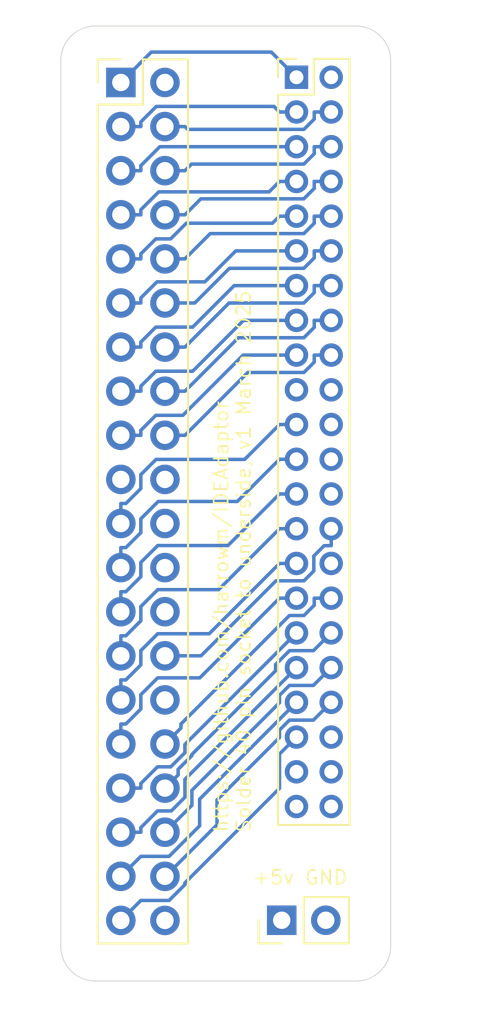
<source format=kicad_pcb>
(kicad_pcb (version 20241229) (generator "pcbnew") (generator_version "9.0")
  (layers (0 "F.Cu" signal) (4 "In1.Cu" power "In1.Cu - GND") (6 "In2.Cu" power "In2.Cu - VCC") (2 "B.Cu" signal) (13 "F.Paste" user) (15 "B.Paste" user) (5 "F.SilkS" user "F.Silkscreen") (7 "B.SilkS" user "B.Silkscreen") (1 "F.Mask" user) (3 "B.Mask" user) (25 "Edge.Cuts" user))
  (net 0 "")
  (net 1 "GND")
  (net 2 "VCC")
  (net 3 "CSEL")
  (net 4 "DMARQ")
  (net 5 "DD6")
  (net 6 "DD14")
  (net 7 "~{RESET}")
  (net 8 "~{PDIAG}")
  (net 9 "DD13")
  (net 10 "DD15")
  (net 11 "~{DASP}")
  (net 12 "INTRQ")
  (net 13 "DD11")
  (net 14 "DD8")
  (net 15 "DD9")
  (net 16 "~{CS1}")
  (net 17 "DA0")
  (net 18 "DA1")
  (net 19 "~{DMACK}")
  (net 20 "DD1")
  (net 21 "DA2")
  (net 22 "~{IOCS16}")
  (net 23 "IORDY")
  (net 24 "DD7")
  (net 25 "DD5")
  (net 26 "DD12")
  (net 28 "DD10")
  (net 29 "DD3")
  (net 30 "~{DIOW}")
  (net 31 "DD2")
  (net 32 "~{CS0}")
  (net 33 "~{DIOR}")
  (net 34 "DD4")
  (net 35 "DD0")
  (footprint "Connector_PinHeader_2.54mm:PinHeader_2x20_P2.54mm_Vertical" (layer "F.Cu") (at 116.46 104.75)
    (property "Reference" "J2" (hide yes))
    (property "Value" "Conn_02x20_Odd_Even" (hide yes))
    (fp_line (start -1.33 -1.33) (end 0 -1.33) (stroke (width 0.12)) (layer "F.SilkS"))
    (fp_line (start -1.33 0) (end -1.33 -1.33) (stroke (width 0.12)) (layer "F.SilkS"))
    (fp_line (start -1.33 1.27) (end -1.33 49.59) (stroke (width 0.12)) (layer "F.SilkS"))
    (fp_line (start -1.33 1.27) (end 1.27 1.27) (stroke (width 0.12)) (layer "F.SilkS"))
    (fp_line (start -1.33 49.59) (end 3.87 49.59) (stroke (width 0.12)) (layer "F.SilkS"))
    (fp_line (start 1.27 -1.33) (end 3.87 -1.33) (stroke (width 0.12)) (layer "F.SilkS"))
    (fp_line (start 1.27 1.27) (end 1.27 -1.33) (stroke (width 0.12)) (layer "F.SilkS"))
    (fp_line (start 3.87 -1.33) (end 3.87 49.59) (stroke (width 0.12)) (layer "F.SilkS"))
    (pad "1" thru_hole rect (at 0 0) (size 1.7 1.7) (drill 1) (layers "*.Cu" "*.Mask") (net 7 "~{RESET}"))
    (pad "2" thru_hole oval (at 2.54 0) (size 1.7 1.7) (drill 1) (layers "*.Cu" "*.Mask") (net 1 "GND"))
    (pad "3" thru_hole oval (at 0 2.54) (size 1.7 1.7) (drill 1) (layers "*.Cu" "*.Mask") (net 24 "DD7"))
    (pad "4" thru_hole oval (at 2.54 2.54) (size 1.7 1.7) (drill 1) (layers "*.Cu" "*.Mask") (net 14 "DD8"))
    (pad "5" thru_hole oval (at 0 5.08) (size 1.7 1.7) (drill 1) (layers "*.Cu" "*.Mask") (net 5 "DD6"))
    (pad "6" thru_hole oval (at 2.54 5.08) (size 1.7 1.7) (drill 1) (layers "*.Cu" "*.Mask") (net 15 "DD9"))
    (pad "7" thru_hole oval (at 0 7.62) (size 1.7 1.7) (drill 1) (layers "*.Cu" "*.Mask") (net 25 "DD5"))
    (pad "8" thru_hole oval (at 2.54 7.62) (size 1.7 1.7) (drill 1) (layers "*.Cu" "*.Mask") (net 28 "DD10"))
    (pad "9" thru_hole oval (at 0 10.16) (size 1.7 1.7) (drill 1) (layers "*.Cu" "*.Mask") (net 34 "DD4"))
    (pad "10" thru_hole oval (at 2.54 10.16) (size 1.7 1.7) (drill 1) (layers "*.Cu" "*.Mask") (net 13 "DD11"))
    (pad "11" thru_hole oval (at 0 12.7) (size 1.7 1.7) (drill 1) (layers "*.Cu" "*.Mask") (net 29 "DD3"))
    (pad "12" thru_hole oval (at 2.54 12.7) (size 1.7 1.7) (drill 1) (layers "*.Cu" "*.Mask") (net 26 "DD12"))
    (pad "13" thru_hole oval (at 0 15.24) (size 1.7 1.7) (drill 1) (layers "*.Cu" "*.Mask") (net 31 "DD2"))
    (pad "14" thru_hole oval (at 2.54 15.24) (size 1.7 1.7) (drill 1) (layers "*.Cu" "*.Mask") (net 9 "DD13"))
    (pad "15" thru_hole oval (at 0 17.78) (size 1.7 1.7) (drill 1) (layers "*.Cu" "*.Mask") (net 20 "DD1"))
    (pad "16" thru_hole oval (at 2.54 17.78) (size 1.7 1.7) (drill 1) (layers "*.Cu" "*.Mask") (net 6 "DD14"))
    (pad "17" thru_hole oval (at 0 20.32) (size 1.7 1.7) (drill 1) (layers "*.Cu" "*.Mask") (net 35 "DD0"))
    (pad "18" thru_hole oval (at 2.54 20.32) (size 1.7 1.7) (drill 1) (layers "*.Cu" "*.Mask") (net 10 "DD15"))
    (pad "19" thru_hole oval (at 0 22.86) (size 1.7 1.7) (drill 1) (layers "*.Cu" "*.Mask") (net 1 "GND"))
    (pad "20" thru_hole oval (at 2.54 22.86) (size 1.7 1.7) (drill 1) (layers "*.Cu" "*.Mask"))
    (pad "21" thru_hole oval (at 0 25.4) (size 1.7 1.7) (drill 1) (layers "*.Cu" "*.Mask") (net 4 "DMARQ"))
    (pad "22" thru_hole oval (at 2.54 25.4) (size 1.7 1.7) (drill 1) (layers "*.Cu" "*.Mask") (net 1 "GND"))
    (pad "23" thru_hole oval (at 0 27.94) (size 1.7 1.7) (drill 1) (layers "*.Cu" "*.Mask") (net 30 "~{DIOW}"))
    (pad "24" thru_hole oval (at 2.54 27.94) (size 1.7 1.7) (drill 1) (layers "*.Cu" "*.Mask") (net 1 "GND"))
    (pad "25" thru_hole oval (at 0 30.48) (size 1.7 1.7) (drill 1) (layers "*.Cu" "*.Mask") (net 33 "~{DIOR}"))
    (pad "26" thru_hole oval (at 2.54 30.48) (size 1.7 1.7) (drill 1) (layers "*.Cu" "*.Mask") (net 1 "GND"))
    (pad "27" thru_hole oval (at 0 33.02) (size 1.7 1.7) (drill 1) (layers "*.Cu" "*.Mask") (net 23 "IORDY"))
    (pad "28" thru_hole oval (at 2.54 33.02) (size 1.7 1.7) (drill 1) (layers "*.Cu" "*.Mask") (net 3 "CSEL"))
    (pad "29" thru_hole oval (at 0 35.56) (size 1.7 1.7) (drill 1) (layers "*.Cu" "*.Mask") (net 19 "~{DMACK}"))
    (pad "30" thru_hole oval (at 2.54 35.56) (size 1.7 1.7) (drill 1) (layers "*.Cu" "*.Mask") (net 1 "GND"))
    (pad "31" thru_hole oval (at 0 38.1) (size 1.7 1.7) (drill 1) (layers "*.Cu" "*.Mask") (net 12 "INTRQ"))
    (pad "32" thru_hole oval (at 2.54 38.1) (size 1.7 1.7) (drill 1) (layers "*.Cu" "*.Mask") (net 22 "~{IOCS16}"))
    (pad "33" thru_hole oval (at 0 40.64) (size 1.7 1.7) (drill 1) (layers "*.Cu" "*.Mask") (net 18 "DA1"))
    (pad "34" thru_hole oval (at 2.54 40.64) (size 1.7 1.7) (drill 1) (layers "*.Cu" "*.Mask") (net 8 "~{PDIAG}"))
    (pad "35" thru_hole oval (at 0 43.18) (size 1.7 1.7) (drill 1) (layers "*.Cu" "*.Mask") (net 17 "DA0"))
    (pad "36" thru_hole oval (at 2.54 43.18) (size 1.7 1.7) (drill 1) (layers "*.Cu" "*.Mask") (net 21 "DA2"))
    (pad "37" thru_hole oval (at 0 45.72) (size 1.7 1.7) (drill 1) (layers "*.Cu" "*.Mask") (net 32 "~{CS0}"))
    (pad "38" thru_hole oval (at 2.54 45.72) (size 1.7 1.7) (drill 1) (layers "*.Cu" "*.Mask") (net 16 "~{CS1}"))
    (pad "39" thru_hole oval (at 0 48.26) (size 1.7 1.7) (drill 1) (layers "*.Cu" "*.Mask") (net 11 "~{DASP}"))
    (pad "40" thru_hole oval (at 2.54 48.26) (size 1.7 1.7) (drill 1) (layers "*.Cu" "*.Mask") (net 1 "GND"))
  )
  (footprint "Connector_PinHeader_2.54mm:PinHeader_1x02_P2.54mm_Vertical" (layer "F.Cu") (at 125.725 153 90)
    (property "Reference" "J1" (hide yes))
    (property "Value" "Conn_01x02_Pin" (hide yes))
    (fp_line (start -1.33 -1.33) (end 0 -1.33) (stroke (width 0.12)) (layer "F.SilkS"))
    (fp_line (start -1.33 0) (end -1.33 -1.33) (stroke (width 0.12)) (layer "F.SilkS"))
    (fp_line (start 1.33 1.27) (end 1.33 3.87) (stroke (width 0.12)) (layer "F.SilkS"))
    (fp_line (start -1.33 1.27) (end 1.33 1.27) (stroke (width 0.12)) (layer "F.SilkS"))
    (fp_line (start -1.33 1.27) (end -1.33 3.87) (stroke (width 0.12)) (layer "F.SilkS"))
    (fp_line (start -1.33 3.87) (end 1.33 3.87) (stroke (width 0.12)) (layer "F.SilkS"))
    (pad "1" thru_hole rect (at 0 0 90) (size 1.7 1.7) (drill 1) (layers "*.Cu" "*.Mask") (net 2 "VCC"))
    (pad "2" thru_hole oval (at 0 2.54 90) (size 1.7 1.7) (drill 1) (layers "*.Cu" "*.Mask") (net 1 "GND"))
  )
  (footprint "Connector_PinHeader_2.00mm:PinHeader_2x22_P2.00mm_Vertical" (layer "F.Cu") (at 126.575 104.45)
    (property "Reference" "J3" (hide yes))
    (property "Value" "Conn_02x22_Odd_Even" (hide yes))
    (fp_line (start -1.06 -1.06) (end 0 -1.06) (stroke (width 0.12)) (layer "F.SilkS"))
    (fp_line (start -1.06 0) (end -1.06 -1.06) (stroke (width 0.12)) (layer "F.SilkS"))
    (fp_line (start -1.06 1) (end -1.06 43.06) (stroke (width 0.12)) (layer "F.SilkS"))
    (fp_line (start -1.06 1) (end 1 1) (stroke (width 0.12)) (layer "F.SilkS"))
    (fp_line (start -1.06 43.06) (end 3.06 43.06) (stroke (width 0.12)) (layer "F.SilkS"))
    (fp_line (start 1 -1.06) (end 3.06 -1.06) (stroke (width 0.12)) (layer "F.SilkS"))
    (fp_line (start 1 1) (end 1 -1.06) (stroke (width 0.12)) (layer "F.SilkS"))
    (fp_line (start 3.06 -1.06) (end 3.06 43.06) (stroke (width 0.12)) (layer "F.SilkS"))
    (pad "1" thru_hole rect (at 0 0) (size 1.35 1.35) (drill 0.8) (layers "*.Cu" "*.Mask") (net 7 "~{RESET}"))
    (pad "2" thru_hole oval (at 2 0) (size 1.35 1.35) (drill 0.8) (layers "*.Cu" "*.Mask") (net 1 "GND"))
    (pad "3" thru_hole oval (at 0 2) (size 1.35 1.35) (drill 0.8) (layers "*.Cu" "*.Mask") (net 24 "DD7"))
    (pad "4" thru_hole oval (at 2 2) (size 1.35 1.35) (drill 0.8) (layers "*.Cu" "*.Mask") (net 14 "DD8"))
    (pad "5" thru_hole oval (at 0 4) (size 1.35 1.35) (drill 0.8) (layers "*.Cu" "*.Mask") (net 5 "DD6"))
    (pad "6" thru_hole oval (at 2 4) (size 1.35 1.35) (drill 0.8) (layers "*.Cu" "*.Mask") (net 15 "DD9"))
    (pad "7" thru_hole oval (at 0 6) (size 1.35 1.35) (drill 0.8) (layers "*.Cu" "*.Mask") (net 25 "DD5"))
    (pad "8" thru_hole oval (at 2 6) (size 1.35 1.35) (drill 0.8) (layers "*.Cu" "*.Mask") (net 28 "DD10"))
    (pad "9" thru_hole oval (at 0 8) (size 1.35 1.35) (drill 0.8) (layers "*.Cu" "*.Mask") (net 34 "DD4"))
    (pad "10" thru_hole oval (at 2 8) (size 1.35 1.35) (drill 0.8) (layers "*.Cu" "*.Mask") (net 13 "DD11"))
    (pad "11" thru_hole oval (at 0 10) (size 1.35 1.35) (drill 0.8) (layers "*.Cu" "*.Mask") (net 29 "DD3"))
    (pad "12" thru_hole oval (at 2 10) (size 1.35 1.35) (drill 0.8) (layers "*.Cu" "*.Mask") (net 26 "DD12"))
    (pad "13" thru_hole oval (at 0 12) (size 1.35 1.35) (drill 0.8) (layers "*.Cu" "*.Mask") (net 31 "DD2"))
    (pad "14" thru_hole oval (at 2 12) (size 1.35 1.35) (drill 0.8) (layers "*.Cu" "*.Mask") (net 9 "DD13"))
    (pad "15" thru_hole oval (at 0 14) (size 1.35 1.35) (drill 0.8) (layers "*.Cu" "*.Mask") (net 20 "DD1"))
    (pad "16" thru_hole oval (at 2 14) (size 1.35 1.35) (drill 0.8) (layers "*.Cu" "*.Mask") (net 6 "DD14"))
    (pad "17" thru_hole oval (at 0 16) (size 1.35 1.35) (drill 0.8) (layers "*.Cu" "*.Mask") (net 35 "DD0"))
    (pad "18" thru_hole oval (at 2 16) (size 1.35 1.35) (drill 0.8) (layers "*.Cu" "*.Mask") (net 10 "DD15"))
    (pad "19" thru_hole oval (at 0 18) (size 1.35 1.35) (drill 0.8) (layers "*.Cu" "*.Mask") (net 1 "GND"))
    (pad "20" thru_hole oval (at 2 18) (size 1.35 1.35) (drill 0.8) (layers "*.Cu" "*.Mask"))
    (pad "21" thru_hole oval (at 0 20) (size 1.35 1.35) (drill 0.8) (layers "*.Cu" "*.Mask") (net 4 "DMARQ"))
    (pad "22" thru_hole oval (at 2 20) (size 1.35 1.35) (drill 0.8) (layers "*.Cu" "*.Mask") (net 1 "GND"))
    (pad "23" thru_hole oval (at 0 22) (size 1.35 1.35) (drill 0.8) (layers "*.Cu" "*.Mask") (net 30 "~{DIOW}"))
    (pad "24" thru_hole oval (at 2 22) (size 1.35 1.35) (drill 0.8) (layers "*.Cu" "*.Mask") (net 1 "GND"))
    (pad "25" thru_hole oval (at 0 24) (size 1.35 1.35) (drill 0.8) (layers "*.Cu" "*.Mask") (net 33 "~{DIOR}"))
    (pad "26" thru_hole oval (at 2 24) (size 1.35 1.35) (drill 0.8) (layers "*.Cu" "*.Mask") (net 1 "GND"))
    (pad "27" thru_hole oval (at 0 26) (size 1.35 1.35) (drill 0.8) (layers "*.Cu" "*.Mask") (net 23 "IORDY"))
    (pad "28" thru_hole oval (at 2 26) (size 1.35 1.35) (drill 0.8) (layers "*.Cu" "*.Mask") (net 3 "CSEL"))
    (pad "29" thru_hole oval (at 0 28) (size 1.35 1.35) (drill 0.8) (layers "*.Cu" "*.Mask") (net 19 "~{DMACK}"))
    (pad "30" thru_hole oval (at 2 28) (size 1.35 1.35) (drill 0.8) (layers "*.Cu" "*.Mask") (net 1 "GND"))
    (pad "31" thru_hole oval (at 0 30) (size 1.35 1.35) (drill 0.8) (layers "*.Cu" "*.Mask") (net 12 "INTRQ"))
    (pad "32" thru_hole oval (at 2 30) (size 1.35 1.35) (drill 0.8) (layers "*.Cu" "*.Mask") (net 22 "~{IOCS16}"))
    (pad "33" thru_hole oval (at 0 32) (size 1.35 1.35) (drill 0.8) (layers "*.Cu" "*.Mask") (net 18 "DA1"))
    (pad "34" thru_hole oval (at 2 32) (size 1.35 1.35) (drill 0.8) (layers "*.Cu" "*.Mask") (net 8 "~{PDIAG}"))
    (pad "35" thru_hole oval (at 0 34) (size 1.35 1.35) (drill 0.8) (layers "*.Cu" "*.Mask") (net 17 "DA0"))
    (pad "36" thru_hole oval (at 2 34) (size 1.35 1.35) (drill 0.8) (layers "*.Cu" "*.Mask") (net 21 "DA2"))
    (pad "37" thru_hole oval (at 0 36) (size 1.35 1.35) (drill 0.8) (layers "*.Cu" "*.Mask") (net 32 "~{CS0}"))
    (pad "38" thru_hole oval (at 2 36) (size 1.35 1.35) (drill 0.8) (layers "*.Cu" "*.Mask") (net 16 "~{CS1}"))
    (pad "39" thru_hole oval (at 0 38) (size 1.35 1.35) (drill 0.8) (layers "*.Cu" "*.Mask") (net 11 "~{DASP}"))
    (pad "40" thru_hole oval (at 2 38) (size 1.35 1.35) (drill 0.8) (layers "*.Cu" "*.Mask") (net 1 "GND"))
    (pad "41" thru_hole oval (at 0 40) (size 1.35 1.35) (drill 0.8) (layers "*.Cu" "*.Mask") (net 2 "VCC"))
    (pad "42" thru_hole oval (at 2 40) (size 1.35 1.35) (drill 0.8) (layers "*.Cu" "*.Mask") (net 2 "VCC"))
    (pad "43" thru_hole oval (at 0 42) (size 1.35 1.35) (drill 0.8) (layers "*.Cu" "*.Mask") (net 1 "GND"))
    (pad "44" thru_hole oval (at 2 42) (size 1.35 1.35) (drill 0.8) (layers "*.Cu" "*.Mask") (net 1 "GND"))
  )
  (gr_arc (start 113 103.5) (mid 113.585786 102.085786) (end 115 101.5) (stroke (width 0.05)) (layer "Edge.Cuts"))
  (gr_line (start 115 101.5) (end 130 101.5) (stroke (width 0.05)) (layer "Edge.Cuts"))
  (gr_line (start 130 156.5) (end 115 156.5) (stroke (width 0.05)) (layer "Edge.Cuts"))
  (gr_arc (start 132 154.5) (mid 131.414214 155.914214) (end 130 156.5) (stroke (width 0.05)) (layer "Edge.Cuts"))
  (gr_arc (start 130 101.5) (mid 131.414214 102.085786) (end 132 103.5) (stroke (width 0.05)) (layer "Edge.Cuts"))
  (gr_line (start 113 154.5) (end 113 103.5) (stroke (width 0.05)) (layer "Edge.Cuts"))
  (gr_line (start 132 103.5) (end 132 154.5) (stroke (width 0.05)) (layer "Edge.Cuts"))
  (gr_arc (start 115 156.5) (mid 113.585786 155.914214) (end 113 154.5) (stroke (width 0.05)) (layer "Edge.Cuts"))
  (gr_text "+5v" (at 124 151 0) (layer "F.SilkS") (effects (font (size 0.8 0.8) (thickness 0.1)) (justify left bottom)))
  (gr_text "GND" (at 127 151 0) (layer "F.SilkS") (effects (font (size 0.8 0.8) (thickness 0.1)) (justify left bottom)))
  (gr_text "https://github.com/harrowm/IDEAdaptor\nSolder 40 pin socket to underside, v1 March 2025" (at 124 148 90) (layer "F.SilkS") (effects (font (size 0.8 0.8) (thickness 0.1)) (justify left bottom)))
  (segment (start 127.575 132.0219) (end 128.1702 131.4267) (width 0.2) (layer "B.Cu") (net 3))
  (segment (start 128.575 130.45) (end 128.575 131.4267) (width 0.2) (layer "B.Cu") (net 3))
  (segment (start 127.0077 133.45) (end 127.575 132.8827) (width 0.2) (layer "B.Cu") (net 3))
  (segment (start 119 137.77) (end 121.0781 137.77) (width 0.2) (layer "B.Cu") (net 3))
  (segment (start 125.3981 133.45) (end 127.0077 133.45) (width 0.2) (layer "B.Cu") (net 3))
  (segment (start 128.1702 131.4267) (end 128.575 131.4267) (width 0.2) (layer "B.Cu") (net 3))
  (segment (start 127.575 132.8827) (end 127.575 132.0219) (width 0.2) (layer "B.Cu") (net 3))
  (segment (start 121.0781 137.77) (end 125.3981 133.45) (width 0.2) (layer "B.Cu") (net 3))
  (segment (start 117.6117 127.3344) (end 118.4878 126.4583) (width 0.2) (layer "B.Cu") (net 4))
  (segment (start 126.575 124.45) (end 125.5983 124.45) (width 0.2) (layer "B.Cu") (net 4))
  (segment (start 116.46 128.9983) (end 116.748 128.9983) (width 0.2) (layer "B.Cu") (net 4))
  (segment (start 123.59 126.4583) (end 125.5983 124.45) (width 0.2) (layer "B.Cu") (net 4))
  (segment (start 116.748 128.9983) (end 117.6117 128.1346) (width 0.2) (layer "B.Cu") (net 4))
  (segment (start 117.6117 128.1346) (end 117.6117 127.3344) (width 0.2) (layer "B.Cu") (net 4))
  (segment (start 116.46 130.15) (end 116.46 128.9983) (width 0.2) (layer "B.Cu") (net 4))
  (segment (start 118.4878 126.4583) (end 123.59 126.4583) (width 0.2) (layer "B.Cu") (net 4))
  (segment (start 117.6117 109.5421) (end 118.7038 108.45) (width 0.2) (layer "B.Cu") (net 5))
  (segment (start 116.46 109.83) (end 117.6117 109.83) (width 0.2) (layer "B.Cu") (net 5))
  (segment (start 117.6117 109.83) (end 117.6117 109.5421) (width 0.2) (layer "B.Cu") (net 5))
  (segment (start 118.7038 108.45) (end 126.575 108.45) (width 0.2) (layer "B.Cu") (net 5))
  (segment (start 119 122.53) (end 120.1517 122.53) (width 0.2) (layer "B.Cu") (net 6))
  (segment (start 120.1517 122.53) (end 123.2302 119.4515) (width 0.2) (layer "B.Cu") (net 6))
  (segment (start 123.2302 119.4515) (end 127.0016 119.4515) (width 0.2) (layer "B.Cu") (net 6))
  (segment (start 127.0016 119.4515) (end 127.5983 118.8548) (width 0.2) (layer "B.Cu") (net 6))
  (segment (start 128.575 118.45) (end 127.5983 118.45) (width 0.2) (layer "B.Cu") (net 6))
  (segment (start 127.5983 118.8548) (end 127.5983 118.45) (width 0.2) (layer "B.Cu") (net 6))
  (segment (start 116.46 104.75) (end 118.21 103) (width 0.2) (layer "B.Cu") (net 7))
  (segment (start 125.125 103) (end 126.575 104.45) (width 0.2) (layer "B.Cu") (net 7))
  (segment (start 118.21 103) (end 125.125 103) (width 0.2) (layer "B.Cu") (net 7))
  (segment (start 125.372363 138.272364) (end 126.170727 137.474) (width 0.2) (layer "B.Cu") (net 8))
  (segment (start 120.552 143.448) (end 125.372363 138.627637) (width 0.2) (layer "B.Cu") (net 8))
  (segment (start 126.170727 137.474) (end 127.551 137.474) (width 0.2) (layer "B.Cu") (net 8))
  (segment (start 125.372363 138.627637) (end 125.372363 138.272364) (width 0.2) (layer "B.Cu") (net 8))
  (segment (start 119.7594 144.6306) (end 119.7594 144.3077) (width 0.2) (layer "B.Cu") (net 8))
  (segment (start 119.7594 144.3077) (end 120.552 143.5151) (width 0.2) (layer "B.Cu") (net 8))
  (segment (start 127.551 137.474) (end 128.575 136.45) (width 0.2) (layer "B.Cu") (net 8))
  (segment (start 119 145.39) (end 119.7594 144.6306) (width 0.2) (layer "B.Cu") (net 8))
  (segment (start 120.552 143.5151) (end 120.552 143.448) (width 0.2) (layer "B.Cu") (net 8))
  (segment (start 128.575 116.45) (end 127.5983 116.45) (width 0.2) (layer "B.Cu") (net 9))
  (segment (start 120.1517 119.99) (end 122.6902 117.4515) (width 0.2) (layer "B.Cu") (net 9))
  (segment (start 127.5983 116.8548) (end 127.5983 116.45) (width 0.2) (layer "B.Cu") (net 9))
  (segment (start 122.6902 117.4515) (end 127.0016 117.4515) (width 0.2) (layer "B.Cu") (net 9))
  (segment (start 119 119.99) (end 120.1517 119.99) (width 0.2) (layer "B.Cu") (net 9))
  (segment (start 127.0016 117.4515) (end 127.5983 116.8548) (width 0.2) (layer "B.Cu") (net 9))
  (segment (start 123.7702 121.4515) (end 127.0016 121.4515) (width 0.2) (layer "B.Cu") (net 10))
  (segment (start 119 125.07) (end 120.1517 125.07) (width 0.2) (layer "B.Cu") (net 10))
  (segment (start 127.0016 121.4515) (end 127.5983 120.8548) (width 0.2) (layer "B.Cu") (net 10))
  (segment (start 120.1517 125.07) (end 123.7702 121.4515) (width 0.2) (layer "B.Cu") (net 10))
  (segment (start 127.5983 120.8548) (end 127.5983 120.45) (width 0.2) (layer "B.Cu") (net 10))
  (segment (start 128.575 120.45) (end 127.5983 120.45) (width 0.2) (layer "B.Cu") (net 10))
  (segment (start 119.23876 151.859) (end 117.611 151.859) (width 0.2) (layer "B.Cu") (net 11))
  (segment (start 120.151 150.849) (end 120.151 150.94676) (width 0.2) (layer "B.Cu") (net 11))
  (segment (start 125.599 145.401) (end 125.599 143.426) (width 0.2) (layer "B.Cu") (net 11))
  (segment (start 117.611 151.859) (end 116.46 153.01) (width 0.2) (layer "B.Cu") (net 11))
  (segment (start 125.599 143.426) (end 126.575 142.45) (width 0.2) (layer "B.Cu") (net 11))
  (segment (start 120.151 150.94676) (end 119.23876 151.859) (width 0.2) (layer "B.Cu") (net 11))
  (segment (start 120.151 150.849) (end 125.599 145.401) (width 0.2) (layer "B.Cu") (net 11))
  (segment (start 121.0083 139.04) (end 125.5983 134.45) (width 0.2) (layer "B.Cu") (net 12))
  (segment (start 118.5816 139.04) (end 121.0083 139.04) (width 0.2) (layer "B.Cu") (net 12))
  (segment (start 116.46 142.85) (end 116.46 141.6983) (width 0.2) (layer "B.Cu") (net 12))
  (segment (start 116.46 141.6983) (end 116.748 141.6983) (width 0.2) (layer "B.Cu") (net 12))
  (segment (start 117.6117 140.8346) (end 117.6117 140.0099) (width 0.2) (layer "B.Cu") (net 12))
  (segment (start 126.575 134.45) (end 125.5983 134.45) (width 0.2) (layer "B.Cu") (net 12))
  (segment (start 117.6117 140.0099) (end 118.5816 139.04) (width 0.2) (layer "B.Cu") (net 12))
  (segment (start 116.748 141.6983) (end 117.6117 140.8346) (width 0.2) (layer "B.Cu") (net 12))
  (segment (start 121.6087 113.453) (end 127.0001 113.453) (width 0.2) (layer "B.Cu") (net 13))
  (segment (start 127.0001 113.453) (end 127.5983 112.8548) (width 0.2) (layer "B.Cu") (net 13))
  (segment (start 120.1517 114.91) (end 121.6087 113.453) (width 0.2) (layer "B.Cu") (net 13))
  (segment (start 127.5983 112.8548) (end 127.5983 112.45) (width 0.2) (layer "B.Cu") (net 13))
  (segment (start 128.575 112.45) (end 127.5983 112.45) (width 0.2) (layer "B.Cu") (net 13))
  (segment (start 119 114.91) (end 120.1517 114.91) (width 0.2) (layer "B.Cu") (net 13))
  (segment (start 128.575 106.45) (end 127.5983 106.45) (width 0.2) (layer "B.Cu") (net 14))
  (segment (start 119 107.29) (end 120.1517 107.29) (width 0.2) (layer "B.Cu") (net 14))
  (segment (start 127.0031 107.45) (end 127.5983 106.8548) (width 0.2) (layer "B.Cu") (net 14))
  (segment (start 120.3117 107.45) (end 127.0031 107.45) (width 0.2) (layer "B.Cu") (net 14))
  (segment (start 127.5983 106.8548) (end 127.5983 106.45) (width 0.2) (layer "B.Cu") (net 14))
  (segment (start 120.1517 107.29) (end 120.3117 107.45) (width 0.2) (layer "B.Cu") (net 14))
  (segment (start 119 109.83) (end 120.1517 109.83) (width 0.2) (layer "B.Cu") (net 15))
  (segment (start 127.5983 108.8548) (end 127.5983 108.45) (width 0.2) (layer "B.Cu") (net 15))
  (segment (start 120.5317 109.45) (end 127.0031 109.45) (width 0.2) (layer "B.Cu") (net 15))
  (segment (start 120.1517 109.83) (end 120.5317 109.45) (width 0.2) (layer "B.Cu") (net 15))
  (segment (start 128.575 108.45) (end 127.5983 108.45) (width 0.2) (layer "B.Cu") (net 15))
  (segment (start 127.0031 109.45) (end 127.5983 108.8548) (width 0.2) (layer "B.Cu") (net 15))
  (segment (start 126.170727 141.474) (end 126.598364 141.474) (width 0.2) (layer "B.Cu") (net 16))
  (segment (start 119 150.47) (end 119.03 150.47) (width 0.2) (layer "B.Cu") (net 16))
  (segment (start 125.599 142.473364) (end 125.599 142.045727) (width 0.2) (layer "B.Cu") (net 16))
  (segment (start 125.599 142.045727) (end 126.170727 141.474) (width 0.2) (layer "B.Cu") (net 16))
  (segment (start 127.551 141.474) (end 128.575 140.45) (width 0.2) (layer "B.Cu") (net 16))
  (segment (start 122 146.072364) (end 125.599 142.473364) (width 0.2) (layer "B.Cu") (net 16))
  (segment (start 119.03 150.47) (end 122 147.5) (width 0.2) (layer "B.Cu") (net 16))
  (segment (start 122 147.5) (end 122 146.072364) (width 0.2) (layer "B.Cu") (net 16))
  (segment (start 126.598364 141.474) (end 126.979273 141.474) (width 0.2) (layer "B.Cu") (net 16))
  (segment (start 126.979273 141.474) (end 127.551 141.474) (width 0.2) (layer "B.Cu") (net 16))
  (segment (start 120.151 144.88255) (end 120.151 145.9153) (width 0.2) (layer "B.Cu") (net 17))
  (segment (start 117.6117 147.93) (end 116.46 147.93) (width 0.2) (layer "B.Cu") (net 17))
  (segment (start 119.3627 146.7036) (end 118.5696 146.7036) (width 0.2) (layer "B.Cu") (net 17))
  (segment (start 118.5696 146.7036) (end 117.6117 147.6615) (width 0.2) (layer "B.Cu") (net 17))
  (segment (start 126.575 138.45) (end 126.575 138.45855) (width 0.2) (layer "B.Cu") (net 17))
  (segment (start 126.575 138.45855) (end 120.151 144.88255) (width 0.2) (layer "B.Cu") (net 17))
  (segment (start 120.151 145.9153) (end 119.3627 146.7036) (width 0.2) (layer "B.Cu") (net 17))
  (segment (start 117.6117 147.6615) (end 117.6117 147.93) (width 0.2) (layer "B.Cu") (net 17))
  (segment (start 126.575 136.45) (end 126.05 136.45) (width 0.2) (layer "B.Cu") (net 18))
  (segment (start 120.151 142.874) (end 120.151 143.349) (width 0.2) (layer "B.Cu") (net 18))
  (segment (start 116.46 145.39) (end 117.6117 145.39) (width 0.2) (layer "B.Cu") (net 18))
  (segment (start 119.3364 144.1636) (end 118.5696 144.1636) (width 0.2) (layer "B.Cu") (net 18))
  (segment (start 120.151 143.349) (end 119.3364 144.1636) (width 0.2) (layer "B.Cu") (net 18))
  (segment (start 118.5696 144.1636) (end 117.6117 145.1215) (width 0.2) (layer "B.Cu") (net 18))
  (segment (start 117.6117 145.1215) (end 117.6117 145.39) (width 0.2) (layer "B.Cu") (net 18))
  (segment (start 126.575 136.45) (end 120.151 142.874) (width 0.2) (layer "B.Cu") (net 18))
  (segment (start 117.6117 138.2946) (end 117.6117 137.4699) (width 0.2) (layer "B.Cu") (net 19))
  (segment (start 117.6117 137.4699) (end 118.5816 136.5) (width 0.2) (layer "B.Cu") (net 19))
  (segment (start 116.46 140.31) (end 116.46 139.1583) (width 0.2) (layer "B.Cu") (net 19))
  (segment (start 126.575 132.45) (end 125.5983 132.45) (width 0.2) (layer "B.Cu") (net 19))
  (segment (start 121.5483 136.5) (end 125.5983 132.45) (width 0.2) (layer "B.Cu") (net 19))
  (segment (start 118.5816 136.5) (end 121.5483 136.5) (width 0.2) (layer "B.Cu") (net 19))
  (segment (start 116.46 139.1583) (end 116.748 139.1583) (width 0.2) (layer "B.Cu") (net 19))
  (segment (start 116.748 139.1583) (end 117.6117 138.2946) (width 0.2) (layer "B.Cu") (net 19))
  (segment (start 117.6117 122.242) (end 118.4754 121.3783) (width 0.2) (layer "B.Cu") (net 20))
  (segment (start 123.5281 118.45) (end 126.575 118.45) (width 0.2) (layer "B.Cu") (net 20))
  (segment (start 120.5998 121.3783) (end 123.5281 118.45) (width 0.2) (layer "B.Cu") (net 20))
  (segment (start 116.46 122.53) (end 117.6117 122.53) (width 0.2) (layer "B.Cu") (net 20))
  (segment (start 118.4754 121.3783) (end 120.5998 121.3783) (width 0.2) (layer "B.Cu") (net 20))
  (segment (start 117.6117 122.53) (end 117.6117 122.242) (width 0.2) (layer "B.Cu") (net 20))
  (segment (start 125.599 140.4681) (end 120.552 145.5151) (width 0.2) (layer "B.Cu") (net 21))
  (segment (start 126.5931 139.474) (end 126.170727 139.474) (width 0.2) (layer "B.Cu") (net 21))
  (segment (start 127.551 139.474) (end 126.979273 139.474) (width 0.2) (layer "B.Cu") (net 21))
  (segment (start 125.599 140.045727) (end 125.599 140.4681) (width 0.2) (layer "B.Cu") (net 21))
  (segment (start 120.552 145.5151) (end 120.552 146.378) (width 0.2) (layer "B.Cu") (net 21))
  (segment (start 120.552 146.378) (end 119 147.93) (width 0.2) (layer "B.Cu") (net 21))
  (segment (start 126.979273 139.474) (end 126.5931 139.474) (width 0.2) (layer "B.Cu") (net 21))
  (segment (start 126.170727 139.474) (end 125.599 140.045727) (width 0.2) (layer "B.Cu") (net 21))
  (segment (start 128.575 138.45) (end 127.551 139.474) (width 0.2) (layer "B.Cu") (net 21))
  (segment (start 119.921 141.6983) (end 126.1693 135.45) (width 0.2) (layer "B.Cu") (net 22))
  (segment (start 128.575 134.45) (end 127.5983 134.45) (width 0.2) (layer "B.Cu") (net 22))
  (segment (start 119.921 141.929) (end 119 142.85) (width 0.2) (layer "B.Cu") (net 22))
  (segment (start 119.921 141.6983) (end 119.921 141.929) (width 0.2) (layer "B.Cu") (net 22))
  (segment (start 127.0031 135.45) (end 127.5983 134.8548) (width 0.2) (layer "B.Cu") (net 22))
  (segment (start 127.5983 134.8548) (end 127.5983 134.45) (width 0.2) (layer "B.Cu") (net 22))
  (segment (start 126.1693 135.45) (end 127.0031 135.45) (width 0.2) (layer "B.Cu") (net 22))
  (segment (start 118.5816 133.96) (end 122.0883 133.96) (width 0.2) (layer "B.Cu") (net 23))
  (segment (start 117.6117 134.9299) (end 118.5816 133.96) (width 0.2) (layer "B.Cu") (net 23))
  (segment (start 116.46 137.77) (end 116.46 136.6183) (width 0.2) (layer "B.Cu") (net 23))
  (segment (start 116.46 136.6183) (end 116.748 136.6183) (width 0.2) (layer "B.Cu") (net 23))
  (segment (start 117.6117 135.7546) (end 117.6117 134.9299) (width 0.2) (layer "B.Cu") (net 23))
  (segment (start 116.748 136.6183) (end 117.6117 135.7546) (width 0.2) (layer "B.Cu") (net 23))
  (segment (start 126.575 130.45) (end 125.5983 130.45) (width 0.2) (layer "B.Cu") (net 23))
  (segment (start 122.0883 133.96) (end 125.5983 130.45) (width 0.2) (layer "B.Cu") (net 23))
  (segment (start 118.5057 106.1275) (end 117.6117 107.0215) (width 0.2) (layer "B.Cu") (net 24))
  (segment (start 117.6117 107.0215) (end 117.6117 107.29) (width 0.2) (layer "B.Cu") (net 24))
  (segment (start 116.46 107.29) (end 117.6117 107.29) (width 0.2) (layer "B.Cu") (net 24))
  (segment (start 126.575 106.45) (end 125.5983 106.45) (width 0.2) (layer "B.Cu") (net 24))
  (segment (start 125.5983 106.45) (end 125.2758 106.1275) (width 0.2) (layer "B.Cu") (net 24))
  (segment (start 125.2758 106.1275) (end 118.5057 106.1275) (width 0.2) (layer "B.Cu") (net 24))
  (segment (start 117.6117 112.0821) (end 118.644 111.0498) (width 0.2) (layer "B.Cu") (net 25))
  (segment (start 124.9985 111.0498) (end 125.5983 110.45) (width 0.2) (layer "B.Cu") (net 25))
  (segment (start 117.6117 112.37) (end 117.6117 112.0821) (width 0.2) (layer "B.Cu") (net 25))
  (segment (start 126.575 110.45) (end 125.5983 110.45) (width 0.2) (layer "B.Cu") (net 25))
  (segment (start 118.644 111.0498) (end 124.9985 111.0498) (width 0.2) (layer "B.Cu") (net 25))
  (segment (start 116.46 112.37) (end 117.6117 112.37) (width 0.2) (layer "B.Cu") (net 25))
  (segment (start 120.1517 117.45) (end 120.7196 117.45) (width 0.2) (layer "B.Cu") (net 26))
  (segment (start 127.0016 115.4515) (end 127.5983 114.8548) (width 0.2) (layer "B.Cu") (net 26))
  (segment (start 127.5983 114.8548) (end 127.5983 114.45) (width 0.2) (layer "B.Cu") (net 26))
  (segment (start 128.575 114.45) (end 127.5983 114.45) (width 0.2) (layer "B.Cu") (net 26))
  (segment (start 119 117.45) (end 120.1517 117.45) (width 0.2) (layer "B.Cu") (net 26))
  (segment (start 120.7196 117.45) (end 122.7181 115.4515) (width 0.2) (layer "B.Cu") (net 26))
  (segment (start 122.7181 115.4515) (end 127.0016 115.4515) (width 0.2) (layer "B.Cu") (net 26))
  (segment (start 119 112.37) (end 120.1517 112.37) (width 0.2) (layer "B.Cu") (net 28))
  (segment (start 128.575 110.45) (end 127.5983 110.45) (width 0.2) (layer "B.Cu") (net 28))
  (segment (start 120.1517 112.37) (end 121.0702 111.4515) (width 0.2) (layer "B.Cu") (net 28))
  (segment (start 121.0702 111.4515) (end 127.0016 111.4515) (width 0.2) (layer "B.Cu") (net 28))
  (segment (start 127.0016 111.4515) (end 127.5983 110.8548) (width 0.2) (layer "B.Cu") (net 28))
  (segment (start 127.5983 110.8548) (end 127.5983 110.45) (width 0.2) (layer "B.Cu") (net 28))
  (segment (start 117.6117 117.45) (end 117.6117 117.1621) (width 0.2) (layer "B.Cu") (net 29))
  (segment (start 121.298 116.2329) (end 123.0809 114.45) (width 0.2) (layer "B.Cu") (net 29))
  (segment (start 123.0809 114.45) (end 126.575 114.45) (width 0.2) (layer "B.Cu") (net 29))
  (segment (start 116.46 117.45) (end 117.6117 117.45) (width 0.2) (layer "B.Cu") (net 29))
  (segment (start 118.5409 116.2329) (end 121.298 116.2329) (width 0.2) (layer "B.Cu") (net 29))
  (segment (start 117.6117 117.1621) (end 118.5409 116.2329) (width 0.2) (layer "B.Cu") (net 29))
  (segment (start 126.575 126.45) (end 125.5983 126.45) (width 0.2) (layer "B.Cu") (net 30))
  (segment (start 116.748 131.5383) (end 117.6117 130.6746) (width 0.2) (layer "B.Cu") (net 30))
  (segment (start 116.46 131.5383) (end 116.748 131.5383) (width 0.2) (layer "B.Cu") (net 30))
  (segment (start 117.6117 129.8829) (end 118.6146 128.88) (width 0.2) (layer "B.Cu") (net 30))
  (segment (start 118.6146 128.88) (end 123.1683 128.88) (width 0.2) (layer "B.Cu") (net 30))
  (segment (start 116.46 132.69) (end 116.46 131.5383) (width 0.2) (layer "B.Cu") (net 30))
  (segment (start 123.1683 128.88) (end 125.5983 126.45) (width 0.2) (layer "B.Cu") (net 30))
  (segment (start 117.6117 130.6746) (end 117.6117 129.8829) (width 0.2) (layer "B.Cu") (net 30))
  (segment (start 116.46 119.99) (end 117.6117 119.99) (width 0.2) (layer "B.Cu") (net 31))
  (segment (start 122.9881 116.45) (end 126.575 116.45) (width 0.2) (layer "B.Cu") (net 31))
  (segment (start 118.4754 118.8383) (end 120.5998 118.8383) (width 0.2) (layer "B.Cu") (net 31))
  (segment (start 117.6117 119.702) (end 118.4754 118.8383) (width 0.2) (layer "B.Cu") (net 31))
  (segment (start 117.6117 119.99) (end 117.6117 119.702) (width 0.2) (layer "B.Cu") (net 31))
  (segment (start 120.5998 118.8383) (end 122.9881 116.45) (width 0.2) (layer "B.Cu") (net 31))
  (segment (start 121 147.55776) (end 119.23876 149.319) (width 0.2) (layer "B.Cu") (net 32))
  (segment (start 126.575 140.45) (end 121 146.025) (width 0.2) (layer "B.Cu") (net 32))
  (segment (start 117.611 149.319) (end 116.46 150.47) (width 0.2) (layer "B.Cu") (net 32))
  (segment (start 121 146.025) (end 121 147.55776) (width 0.2) (layer "B.Cu") (net 32))
  (segment (start 119.23876 149.319) (end 117.611 149.319) (width 0.2) (layer "B.Cu") (net 32))
  (segment (start 116.46 135.23) (end 116.46 134.0783) (width 0.2) (layer "B.Cu") (net 33))
  (segment (start 117.6117 132.3899) (end 118.5816 131.42) (width 0.2) (layer "B.Cu") (net 33))
  (segment (start 126.575 128.45) (end 125.5983 128.45) (width 0.2) (layer "B.Cu") (net 33))
  (segment (start 116.748 134.0783) (end 117.6117 133.2146) (width 0.2) (layer "B.Cu") (net 33))
  (segment (start 117.6117 133.2146) (end 117.6117 132.3899) (width 0.2) (layer "B.Cu") (net 33))
  (segment (start 116.46 134.0783) (end 116.748 134.0783) (width 0.2) (layer "B.Cu") (net 33))
  (segment (start 118.5816 131.42) (end 122.6283 131.42) (width 0.2) (layer "B.Cu") (net 33))
  (segment (start 122.6283 131.42) (end 125.5983 128.45) (width 0.2) (layer "B.Cu") (net 33))
  (segment (start 117.6117 114.622) (end 118.4754 113.7583) (width 0.2) (layer "B.Cu") (net 34))
  (segment (start 125.1936 112.8547) (end 125.5983 112.45) (width 0.2) (layer "B.Cu") (net 34))
  (segment (start 120.2329 112.8547) (end 125.1936 112.8547) (width 0.2) (layer "B.Cu") (net 34))
  (segment (start 117.6117 114.91) (end 117.6117 114.622) (width 0.2) (layer "B.Cu") (net 34))
  (segment (start 116.46 114.91) (end 117.6117 114.91) (width 0.2) (layer "B.Cu") (net 34))
  (segment (start 118.4754 113.7583) (end 119.3293 113.7583) (width 0.2) (layer "B.Cu") (net 34))
  (segment (start 119.3293 113.7583) (end 120.2329 112.8547) (width 0.2) (layer "B.Cu") (net 34))
  (segment (start 126.575 112.45) (end 125.5983 112.45) (width 0.2) (layer "B.Cu") (net 34))
  (segment (start 118.4754 123.9183) (end 120.0319 123.9183) (width 0.2) (layer "B.Cu") (net 35))
  (segment (start 116.46 125.07) (end 117.6117 125.07) (width 0.2) (layer "B.Cu") (net 35))
  (segment (start 117.6117 125.07) (end 117.6117 124.782) (width 0.2) (layer "B.Cu") (net 35))
  (segment (start 117.6117 124.782) (end 118.4754 123.9183) (width 0.2) (layer "B.Cu") (net 35))
  (segment (start 123.5002 120.45) (end 126.575 120.45) (width 0.2) (layer "B.Cu") (net 35))
  (segment (start 120.0319 123.9183) (end 123.5002 120.45) (width 0.2) (layer "B.Cu") (net 35))
)
</source>
